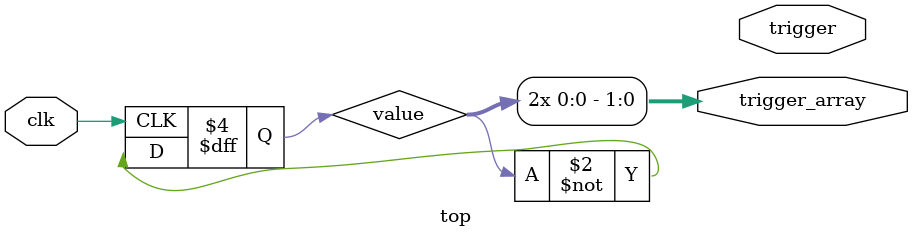
<source format=v>
`default_nettype none

module top (
	input wire clk,
	output wire [1:0] trigger_array,
	output wire trigger
);

    reg value = 0;
    assign trigger_array = {value, value};

	always @(posedge clk)
        value <= ~value;

endmodule

</source>
